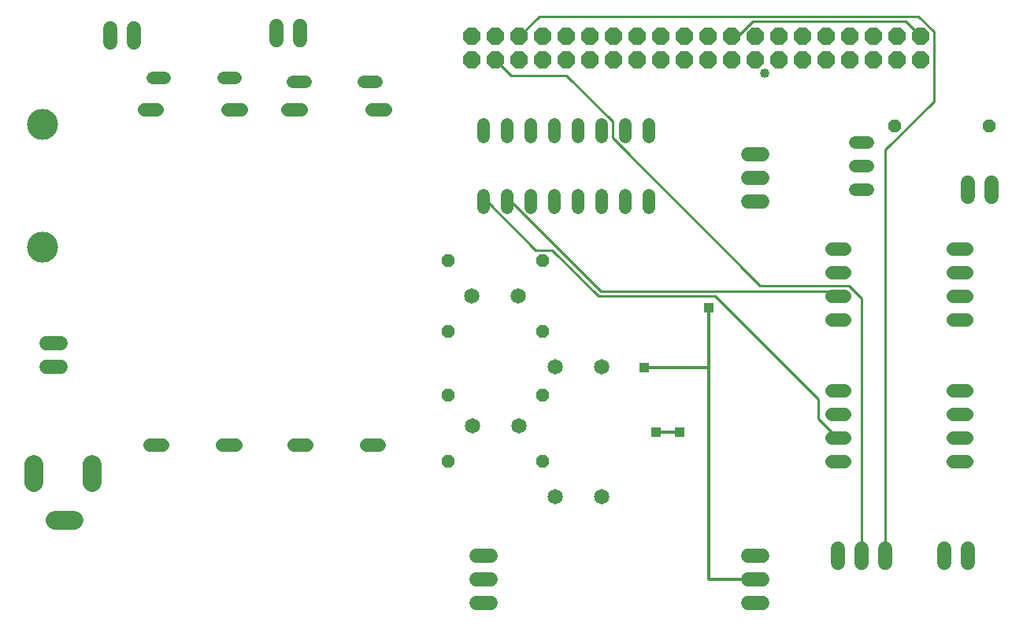
<source format=gbl>
G75*
%MOIN*%
%OFA0B0*%
%FSLAX25Y25*%
%IPPOS*%
%LPD*%
%AMOC8*
5,1,8,0,0,1.08239X$1,22.5*
%
%ADD10C,0.06500*%
%ADD11C,0.05200*%
%ADD12C,0.06000*%
%ADD13C,0.07874*%
%ADD14OC8,0.07400*%
%ADD15C,0.05543*%
%ADD16OC8,0.05200*%
%ADD17C,0.13100*%
%ADD18C,0.01000*%
%ADD19R,0.03962X0.03962*%
%ADD20C,0.01200*%
%ADD21C,0.04000*%
D10*
X0223957Y0096000D03*
X0243643Y0096000D03*
X0258957Y0121000D03*
X0278643Y0121000D03*
X0243443Y0151000D03*
X0223757Y0151000D03*
X0258957Y0066000D03*
X0278643Y0066000D03*
D11*
X0278800Y0188400D02*
X0278800Y0193600D01*
X0268800Y0193600D02*
X0268800Y0188400D01*
X0258800Y0188400D02*
X0258800Y0193600D01*
X0248800Y0193600D02*
X0248800Y0188400D01*
X0238800Y0188400D02*
X0238800Y0193600D01*
X0228800Y0193600D02*
X0228800Y0188400D01*
X0228800Y0218400D02*
X0228800Y0223600D01*
X0238800Y0223600D02*
X0238800Y0218400D01*
X0248800Y0218400D02*
X0248800Y0223600D01*
X0258800Y0223600D02*
X0258800Y0218400D01*
X0268800Y0218400D02*
X0268800Y0223600D01*
X0278800Y0223600D02*
X0278800Y0218400D01*
X0288800Y0218400D02*
X0288800Y0223600D01*
X0298800Y0223600D02*
X0298800Y0218400D01*
X0298800Y0193600D02*
X0298800Y0188400D01*
X0288800Y0188400D02*
X0288800Y0193600D01*
X0386200Y0196000D02*
X0391400Y0196000D01*
X0391400Y0206000D02*
X0386200Y0206000D01*
X0386200Y0216000D02*
X0391400Y0216000D01*
X0183400Y0241800D02*
X0178200Y0241800D01*
X0153400Y0241800D02*
X0148200Y0241800D01*
X0123900Y0243500D02*
X0118700Y0243500D01*
X0093900Y0243500D02*
X0088700Y0243500D01*
D12*
X0080700Y0258500D02*
X0080700Y0264500D01*
X0070700Y0264500D02*
X0070700Y0258500D01*
X0141200Y0259400D02*
X0141200Y0265400D01*
X0151200Y0265400D02*
X0151200Y0259400D01*
X0340800Y0211000D02*
X0346800Y0211000D01*
X0346800Y0201000D02*
X0340800Y0201000D01*
X0340800Y0191000D02*
X0346800Y0191000D01*
X0433800Y0193000D02*
X0433800Y0199000D01*
X0443800Y0199000D02*
X0443800Y0193000D01*
X0433800Y0044000D02*
X0433800Y0038000D01*
X0423800Y0038000D02*
X0423800Y0044000D01*
X0398800Y0044000D02*
X0398800Y0038000D01*
X0388800Y0038000D02*
X0388800Y0044000D01*
X0378800Y0044000D02*
X0378800Y0038000D01*
X0346800Y0041000D02*
X0340800Y0041000D01*
X0340800Y0031000D02*
X0346800Y0031000D01*
X0346800Y0021000D02*
X0340800Y0021000D01*
X0231900Y0021000D02*
X0225900Y0021000D01*
X0225900Y0031000D02*
X0231900Y0031000D01*
X0231900Y0041000D02*
X0225900Y0041000D01*
X0049800Y0121000D02*
X0043800Y0121000D01*
X0043800Y0131000D02*
X0049800Y0131000D01*
D13*
X0047383Y0056157D02*
X0055257Y0056157D01*
X0063131Y0071906D02*
X0063131Y0079780D01*
X0038328Y0079780D02*
X0038328Y0071906D01*
D14*
X0223800Y0251000D03*
X0233800Y0251000D03*
X0243800Y0251000D03*
X0253800Y0251000D03*
X0263800Y0251000D03*
X0273800Y0251000D03*
X0283800Y0251000D03*
X0293800Y0251000D03*
X0303800Y0251000D03*
X0313800Y0251000D03*
X0323800Y0251000D03*
X0333800Y0251000D03*
X0343800Y0251000D03*
X0353800Y0251000D03*
X0363800Y0251000D03*
X0373800Y0251000D03*
X0383800Y0251000D03*
X0393800Y0251000D03*
X0403800Y0251000D03*
X0413800Y0251000D03*
X0413800Y0261000D03*
X0403800Y0261000D03*
X0393800Y0261000D03*
X0383800Y0261000D03*
X0373800Y0261000D03*
X0363800Y0261000D03*
X0353800Y0261000D03*
X0343800Y0261000D03*
X0333800Y0261000D03*
X0323800Y0261000D03*
X0313800Y0261000D03*
X0303800Y0261000D03*
X0293800Y0261000D03*
X0283800Y0261000D03*
X0273800Y0261000D03*
X0263800Y0261000D03*
X0253800Y0261000D03*
X0243800Y0261000D03*
X0233800Y0261000D03*
X0223800Y0261000D03*
D15*
X0186943Y0230000D02*
X0181400Y0230000D01*
X0151400Y0230000D02*
X0145857Y0230000D01*
X0126043Y0229900D02*
X0120500Y0229900D01*
X0090500Y0229900D02*
X0084957Y0229900D01*
X0087357Y0087900D02*
X0092900Y0087900D01*
X0118100Y0087900D02*
X0123643Y0087900D01*
X0148257Y0088000D02*
X0153800Y0088000D01*
X0179000Y0088000D02*
X0184543Y0088000D01*
X0376028Y0091000D02*
X0381572Y0091000D01*
X0381572Y0081000D02*
X0376028Y0081000D01*
X0376028Y0101000D02*
X0381572Y0101000D01*
X0381572Y0111000D02*
X0376028Y0111000D01*
X0376028Y0141000D02*
X0381572Y0141000D01*
X0381572Y0151000D02*
X0376028Y0151000D01*
X0376028Y0161000D02*
X0381572Y0161000D01*
X0381572Y0171000D02*
X0376028Y0171000D01*
X0427528Y0171000D02*
X0433072Y0171000D01*
X0433072Y0161000D02*
X0427528Y0161000D01*
X0427528Y0151000D02*
X0433072Y0151000D01*
X0433072Y0141000D02*
X0427528Y0141000D01*
X0427528Y0111000D02*
X0433072Y0111000D01*
X0433072Y0101000D02*
X0427528Y0101000D01*
X0427528Y0091000D02*
X0433072Y0091000D01*
X0433072Y0081000D02*
X0427528Y0081000D01*
D16*
X0253800Y0081000D03*
X0213800Y0081000D03*
X0213800Y0109000D03*
X0253800Y0109000D03*
X0253800Y0136000D03*
X0213800Y0136000D03*
X0213800Y0166000D03*
X0253800Y0166000D03*
X0402800Y0223000D03*
X0442800Y0223000D03*
D17*
X0042211Y0223550D03*
X0042211Y0171850D03*
D18*
X0228800Y0191000D02*
X0230300Y0191000D01*
X0250800Y0170500D01*
X0257800Y0170500D01*
X0277300Y0151000D01*
X0326800Y0151000D01*
X0370300Y0107500D01*
X0370300Y0099000D01*
X0378300Y0091000D01*
X0378800Y0091000D01*
X0388800Y0041000D02*
X0388800Y0150000D01*
X0383300Y0155500D01*
X0345800Y0155500D01*
X0283300Y0218000D01*
X0283300Y0225000D01*
X0263800Y0244500D01*
X0240300Y0244500D01*
X0233800Y0251000D01*
X0243800Y0261000D02*
X0252300Y0269500D01*
X0412800Y0269500D01*
X0419300Y0263000D01*
X0419300Y0233500D01*
X0398800Y0213000D01*
X0398800Y0041000D01*
X0378800Y0151000D02*
X0376800Y0153000D01*
X0278300Y0153000D01*
X0240300Y0191000D01*
X0238800Y0191000D01*
X0333800Y0261000D02*
X0336300Y0261000D01*
X0342800Y0267500D01*
X0407300Y0267500D01*
X0413800Y0261000D01*
D19*
X0324000Y0146100D03*
X0296600Y0120600D03*
X0301600Y0093400D03*
X0311800Y0093300D03*
D20*
X0311800Y0093400D01*
X0301600Y0093400D01*
X0296600Y0120600D02*
X0324000Y0120600D01*
X0324000Y0031000D01*
X0343800Y0031000D01*
X0324000Y0120600D02*
X0324000Y0146100D01*
D21*
X0347800Y0245500D03*
M02*

</source>
